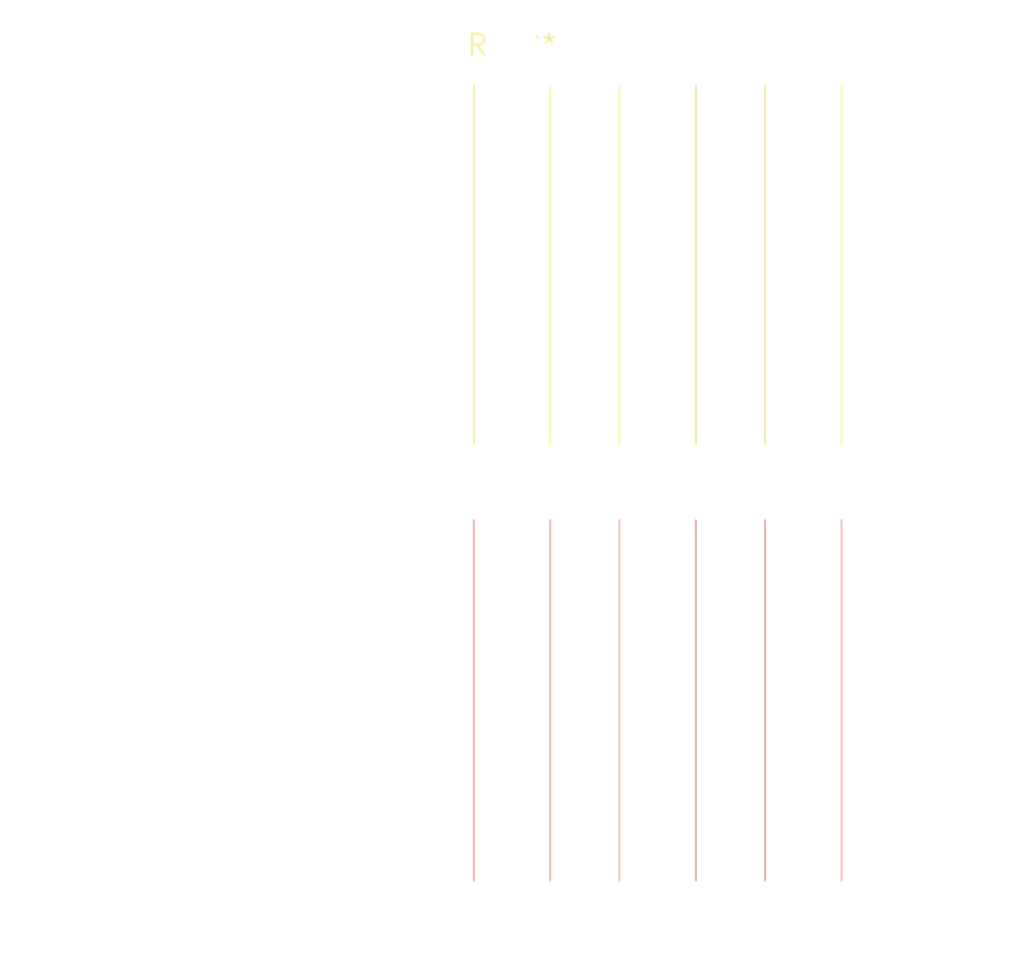
<source format=kicad_pcb>
(kicad_pcb (version 20240108) (generator pcbnew)
  (layers (0 "F.Cu" signal) (31 "B.Cu" signal) (34 "B.Paste" user) (35 "F.Paste" user) (36 "B.SilkS" user "B.Silkscreen") (37 "F.SilkS" user "F.Silkscreen") (38 "B.Mask" user) (39 "F.Mask" user) (44 "Edge.Cuts" user))
  (net 0 "")
  (footprint "SolderWire-2.5sqmm_1x03_P8.8mm_D2.4mm_OD4.4mm_Relief2x" (layer "F.Cu") (at 0 0)
    (property "Reference" "REF**")
    (property "Value" "SolderWire-2.5sqmm_1x03_P8.8mm_D2.4mm_OD4.4mm_Relief2x")
    (fp_line (start -2.31 28.71) (end -2.31 50.49) (layer "B.SilkS") (stroke (width 0.12)))
    (fp_line (start 2.31 28.71) (end 2.31 50.49) (layer "B.SilkS") (stroke (width 0.12)))
    (fp_line (start 6.49 28.71) (end 6.49 50.49) (layer "B.SilkS") (stroke (width 0.12)))
    (fp_line (start 11.11 28.71) (end 11.11 50.49) (layer "B.SilkS") (stroke (width 0.12)))
    (fp_line (start 15.29 28.71) (end 15.29 50.49) (layer "B.SilkS") (stroke (width 0.12)))
    (fp_line (start 19.91 28.71) (end 19.91 50.49) (layer "B.SilkS") (stroke (width 0.12)))
    (fp_line (start -2.31 2.46) (end -2.31 24.09) (layer "F.SilkS") (stroke (width 0.12)))
    (fp_line (start 2.31 2.46) (end 2.31 24.09) (layer "F.SilkS") (stroke (width 0.12)))
    (fp_line (start 6.49 2.46) (end 6.49 24.09) (layer "F.SilkS") (stroke (width 0.12)))
    (fp_line (start 11.11 2.46) (end 11.11 24.09) (layer "F.SilkS") (stroke (width 0.12)))
    (fp_line (start 15.29 2.46) (end 15.29 24.09) (layer "F.SilkS") (stroke (width 0.12)))
    (fp_line (start 19.91 2.46) (end 19.91 24.09) (layer "F.SilkS") (stroke (width 0.12)))
    (pad "" np_thru_hole circle (at 0 26.4) (size 4.9 4.9) (drill 4.9) (layers *.Cu *.Mask))
    (pad "" np_thru_hole circle (at 0 52.8) (size 4.9 4.9) (drill 4.9) (layers *.Cu *.Mask))
    (pad "" np_thru_hole circle (at 8.8 26.4) (size 4.9 4.9) (drill 4.9) (layers *.Cu *.Mask))
    (pad "" np_thru_hole circle (at 8.8 52.8) (size 4.9 4.9) (drill 4.9) (layers *.Cu *.Mask))
    (pad "" np_thru_hole circle (at 17.6 26.4) (size 4.9 4.9) (drill 4.9) (layers *.Cu *.Mask))
    (pad "" np_thru_hole circle (at 17.6 52.8) (size 4.9 4.9) (drill 4.9) (layers *.Cu *.Mask))
    (pad "1" thru_hole roundrect (at 0 0) (size 4.4 4.4) (drill 3) (layers *.Cu *.Mask) (remove_unused_layers) (roundrect_rratio 0.056818))
    (pad "2" thru_hole circle (at 8.8 0) (size 4.4 4.4) (drill 3) (layers *.Cu *.Mask) (remove_unused_layers))
    (pad "3" thru_hole circle (at 17.6 0) (size 4.4 4.4) (drill 3) (layers *.Cu *.Mask) (remove_unused_layers))
  )
)
</source>
